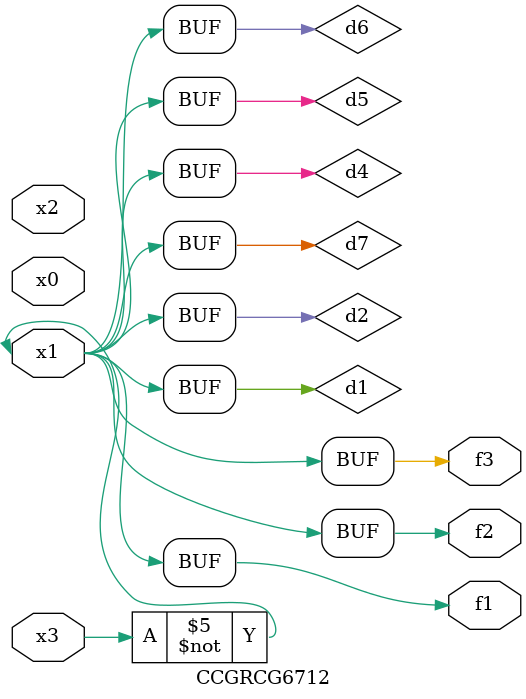
<source format=v>
module CCGRCG6712(
	input x0, x1, x2, x3,
	output f1, f2, f3
);

	wire d1, d2, d3, d4, d5, d6, d7;

	not (d1, x3);
	buf (d2, x1);
	xnor (d3, d1, d2);
	nor (d4, d1);
	buf (d5, d1, d2);
	buf (d6, d4, d5);
	nand (d7, d4);
	assign f1 = d6;
	assign f2 = d7;
	assign f3 = d6;
endmodule

</source>
